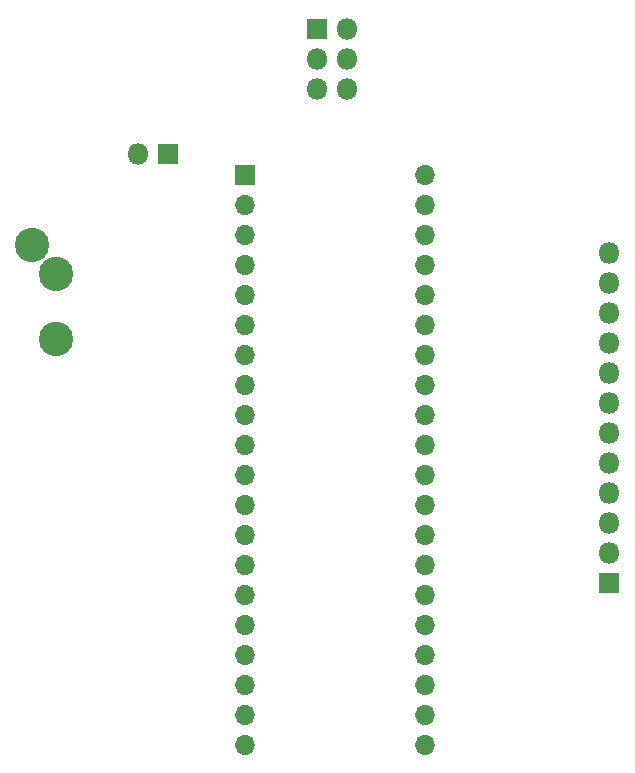
<source format=gbr>
%TF.GenerationSoftware,KiCad,Pcbnew,(5.1.6)-1*%
%TF.CreationDate,2020-09-22T21:50:49+03:00*%
%TF.ProjectId,AY devboard,41592064-6576-4626-9f61-72642e6b6963,rev?*%
%TF.SameCoordinates,Original*%
%TF.FileFunction,Soldermask,Bot*%
%TF.FilePolarity,Negative*%
%FSLAX46Y46*%
G04 Gerber Fmt 4.6, Leading zero omitted, Abs format (unit mm)*
G04 Created by KiCad (PCBNEW (5.1.6)-1) date 2020-09-22 21:50:49*
%MOMM*%
%LPD*%
G01*
G04 APERTURE LIST*
%ADD10O,1.700000X1.700000*%
%ADD11R,1.700000X1.700000*%
%ADD12O,1.800000X1.800000*%
%ADD13R,1.800000X1.800000*%
%ADD14C,2.900000*%
G04 APERTURE END LIST*
D10*
%TO.C,U2*%
X126104000Y-65520000D03*
X110864000Y-113780000D03*
X126104000Y-68060000D03*
X110864000Y-111240000D03*
X126104000Y-70600000D03*
X110864000Y-108700000D03*
X126104000Y-73140000D03*
X110864000Y-106160000D03*
X126104000Y-75680000D03*
X110864000Y-103620000D03*
X126104000Y-78220000D03*
X110864000Y-101080000D03*
X126104000Y-80760000D03*
X110864000Y-98540000D03*
X126104000Y-83300000D03*
X110864000Y-96000000D03*
X126104000Y-85840000D03*
X110864000Y-93460000D03*
X126104000Y-88380000D03*
X110864000Y-90920000D03*
X126104000Y-90920000D03*
X110864000Y-88380000D03*
X126104000Y-93460000D03*
X110864000Y-85840000D03*
X126104000Y-96000000D03*
X110864000Y-83300000D03*
X126104000Y-98540000D03*
X110864000Y-80760000D03*
X126104000Y-101080000D03*
X110864000Y-78220000D03*
X126104000Y-103620000D03*
X110864000Y-75680000D03*
X126104000Y-106160000D03*
X110864000Y-73140000D03*
X126104000Y-108700000D03*
X110864000Y-70600000D03*
X126104000Y-111240000D03*
X110864000Y-68060000D03*
X126104000Y-113780000D03*
D11*
X110864000Y-65520000D03*
%TD*%
D12*
%TO.C,J4*%
X141732000Y-72136000D03*
X141732000Y-74676000D03*
X141732000Y-77216000D03*
X141732000Y-79756000D03*
X141732000Y-82296000D03*
X141732000Y-84836000D03*
X141732000Y-87376000D03*
X141732000Y-89916000D03*
X141732000Y-92456000D03*
X141732000Y-94996000D03*
X141732000Y-97536000D03*
D13*
X141732000Y-100076000D03*
%TD*%
D14*
%TO.C,J3*%
X94869000Y-79414000D03*
X94869000Y-73914000D03*
X92869000Y-71514000D03*
%TD*%
D12*
%TO.C,J2*%
X101854000Y-63754000D03*
D13*
X104394000Y-63754000D03*
%TD*%
D12*
%TO.C,J1*%
X119507000Y-58293000D03*
X116967000Y-58293000D03*
X119507000Y-55753000D03*
X116967000Y-55753000D03*
X119507000Y-53213000D03*
D13*
X116967000Y-53213000D03*
%TD*%
M02*

</source>
